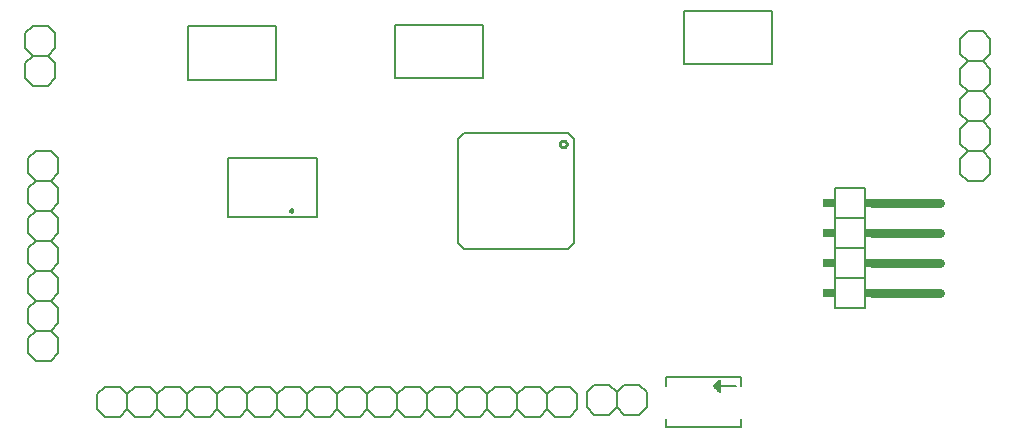
<source format=gto>
G75*
%MOIN*%
%OFA0B0*%
%FSLAX25Y25*%
%IPPOS*%
%LPD*%
%AMOC8*
5,1,8,0,0,1.08239X$1,22.5*
%
%ADD10C,0.00600*%
%ADD11C,0.03000*%
%ADD12R,0.02000X0.03000*%
%ADD13R,0.04000X0.03000*%
%ADD14C,0.00800*%
%ADD15C,0.01000*%
%ADD16C,0.00500*%
D10*
X0034634Y0018185D02*
X0037134Y0015685D01*
X0042134Y0015685D01*
X0044634Y0018185D01*
X0047134Y0015685D01*
X0052134Y0015685D01*
X0054634Y0018185D01*
X0054634Y0023185D01*
X0052134Y0025685D01*
X0047134Y0025685D01*
X0044634Y0023185D01*
X0044634Y0018185D01*
X0034634Y0018185D02*
X0034634Y0023185D01*
X0037134Y0025685D01*
X0042134Y0025685D01*
X0044634Y0023185D01*
X0054634Y0023185D02*
X0057134Y0025685D01*
X0062134Y0025685D01*
X0064634Y0023185D01*
X0067134Y0025685D01*
X0072134Y0025685D01*
X0074634Y0023185D01*
X0077134Y0025685D01*
X0082134Y0025685D01*
X0084634Y0023185D01*
X0084634Y0018185D01*
X0082134Y0015685D01*
X0077134Y0015685D01*
X0074634Y0018185D01*
X0072134Y0015685D01*
X0067134Y0015685D01*
X0064634Y0018185D01*
X0062134Y0015685D01*
X0057134Y0015685D01*
X0054634Y0018185D01*
X0064634Y0018185D02*
X0064634Y0023185D01*
X0074634Y0023185D02*
X0074634Y0018185D01*
X0084634Y0018185D02*
X0087134Y0015685D01*
X0092134Y0015685D01*
X0094634Y0018185D01*
X0097134Y0015685D01*
X0102134Y0015685D01*
X0104634Y0018185D01*
X0107134Y0015685D01*
X0112134Y0015685D01*
X0114634Y0018185D01*
X0114634Y0023185D01*
X0112134Y0025685D01*
X0107134Y0025685D01*
X0104634Y0023185D01*
X0104634Y0018185D01*
X0104634Y0023185D02*
X0102134Y0025685D01*
X0097134Y0025685D01*
X0094634Y0023185D01*
X0094634Y0018185D01*
X0094634Y0023185D02*
X0092134Y0025685D01*
X0087134Y0025685D01*
X0084634Y0023185D01*
X0114634Y0023185D02*
X0117134Y0025685D01*
X0122134Y0025685D01*
X0124634Y0023185D01*
X0127134Y0025685D01*
X0132134Y0025685D01*
X0134634Y0023185D01*
X0137134Y0025685D01*
X0142134Y0025685D01*
X0144634Y0023185D01*
X0144634Y0018185D01*
X0142134Y0015685D01*
X0137134Y0015685D01*
X0134634Y0018185D01*
X0132134Y0015685D01*
X0127134Y0015685D01*
X0124634Y0018185D01*
X0122134Y0015685D01*
X0117134Y0015685D01*
X0114634Y0018185D01*
X0124634Y0018185D02*
X0124634Y0023185D01*
X0134634Y0023185D02*
X0134634Y0018185D01*
X0144634Y0018185D02*
X0147134Y0015685D01*
X0152134Y0015685D01*
X0154634Y0018185D01*
X0157134Y0015685D01*
X0162134Y0015685D01*
X0164634Y0018185D01*
X0167134Y0015685D01*
X0172134Y0015685D01*
X0174634Y0018185D01*
X0174634Y0023185D01*
X0172134Y0025685D01*
X0167134Y0025685D01*
X0164634Y0023185D01*
X0164634Y0018185D01*
X0164634Y0023185D02*
X0162134Y0025685D01*
X0157134Y0025685D01*
X0154634Y0023185D01*
X0154634Y0018185D01*
X0154634Y0023185D02*
X0152134Y0025685D01*
X0147134Y0025685D01*
X0144634Y0023185D01*
X0174634Y0023185D02*
X0177134Y0025685D01*
X0182134Y0025685D01*
X0184634Y0023185D01*
X0187134Y0025685D01*
X0192134Y0025685D01*
X0194634Y0023185D01*
X0194634Y0018185D01*
X0192134Y0015685D01*
X0187134Y0015685D01*
X0184634Y0018185D01*
X0182134Y0015685D01*
X0177134Y0015685D01*
X0174634Y0018185D01*
X0184634Y0018185D02*
X0184634Y0023185D01*
X0197705Y0023894D02*
X0197705Y0018894D01*
X0200205Y0016394D01*
X0205205Y0016394D01*
X0207705Y0018894D01*
X0207705Y0023894D01*
X0205205Y0026394D01*
X0200205Y0026394D01*
X0197705Y0023894D01*
X0207705Y0023894D02*
X0210205Y0026394D01*
X0215205Y0026394D01*
X0217705Y0023894D01*
X0217705Y0018894D01*
X0215205Y0016394D01*
X0210205Y0016394D01*
X0207705Y0018894D01*
X0223984Y0014870D02*
X0223984Y0012370D01*
X0248984Y0012370D01*
X0248984Y0014870D01*
X0241984Y0023870D02*
X0241984Y0027870D01*
X0241484Y0027370D01*
X0241484Y0025870D01*
X0241484Y0024370D01*
X0241984Y0023870D01*
X0241484Y0024370D02*
X0240984Y0024870D01*
X0240484Y0025370D01*
X0240484Y0026370D01*
X0240984Y0026870D01*
X0241484Y0027370D01*
X0240984Y0026870D02*
X0240984Y0024870D01*
X0240484Y0025370D02*
X0239984Y0025870D01*
X0241484Y0025870D01*
X0247484Y0025870D01*
X0248984Y0025870D02*
X0248984Y0029070D01*
X0223984Y0029070D01*
X0223984Y0025870D01*
X0239984Y0025870D02*
X0240484Y0026370D01*
X0280362Y0051866D02*
X0290362Y0051866D01*
X0290362Y0061866D01*
X0290362Y0071866D01*
X0290362Y0081866D01*
X0290362Y0091866D01*
X0280362Y0091866D01*
X0280362Y0081866D01*
X0280362Y0071866D01*
X0280362Y0061866D01*
X0280362Y0051866D01*
X0280362Y0061866D02*
X0290362Y0061866D01*
X0290362Y0071866D02*
X0280362Y0071866D01*
X0280362Y0081866D02*
X0290362Y0081866D01*
X0322232Y0096610D02*
X0324732Y0094110D01*
X0329732Y0094110D01*
X0332232Y0096610D01*
X0332232Y0101610D01*
X0329732Y0104110D01*
X0332232Y0106610D01*
X0332232Y0111610D01*
X0329732Y0114110D01*
X0324732Y0114110D01*
X0322232Y0111610D01*
X0322232Y0106610D01*
X0324732Y0104110D01*
X0329732Y0104110D01*
X0324732Y0104110D02*
X0322232Y0101610D01*
X0322232Y0096610D01*
X0324732Y0114110D02*
X0322232Y0116610D01*
X0322232Y0121610D01*
X0324732Y0124110D01*
X0322232Y0126610D01*
X0322232Y0131610D01*
X0324732Y0134110D01*
X0322232Y0136610D01*
X0322232Y0141610D01*
X0324732Y0144110D01*
X0329732Y0144110D01*
X0332232Y0141610D01*
X0332232Y0136610D01*
X0329732Y0134110D01*
X0332232Y0131610D01*
X0332232Y0126610D01*
X0329732Y0124110D01*
X0332232Y0121610D01*
X0332232Y0116610D01*
X0329732Y0114110D01*
X0329732Y0124110D02*
X0324732Y0124110D01*
X0324732Y0134110D02*
X0329732Y0134110D01*
X0021484Y0101846D02*
X0021484Y0096846D01*
X0018984Y0094346D01*
X0021484Y0091846D01*
X0021484Y0086846D01*
X0018984Y0084346D01*
X0013984Y0084346D01*
X0011484Y0086846D01*
X0011484Y0091846D01*
X0013984Y0094346D01*
X0011484Y0096846D01*
X0011484Y0101846D01*
X0013984Y0104346D01*
X0018984Y0104346D01*
X0021484Y0101846D01*
X0018984Y0094346D02*
X0013984Y0094346D01*
X0013984Y0084346D02*
X0011484Y0081846D01*
X0011484Y0076846D01*
X0013984Y0074346D01*
X0011484Y0071846D01*
X0011484Y0066846D01*
X0013984Y0064346D01*
X0011484Y0061846D01*
X0011484Y0056846D01*
X0013984Y0054346D01*
X0018984Y0054346D01*
X0021484Y0056846D01*
X0021484Y0061846D01*
X0018984Y0064346D01*
X0013984Y0064346D01*
X0018984Y0064346D02*
X0021484Y0066846D01*
X0021484Y0071846D01*
X0018984Y0074346D01*
X0013984Y0074346D01*
X0018984Y0074346D02*
X0021484Y0076846D01*
X0021484Y0081846D01*
X0018984Y0084346D01*
X0018984Y0054346D02*
X0021484Y0051846D01*
X0021484Y0046846D01*
X0018984Y0044346D01*
X0021484Y0041846D01*
X0021484Y0036846D01*
X0018984Y0034346D01*
X0013984Y0034346D01*
X0011484Y0036846D01*
X0011484Y0041846D01*
X0013984Y0044346D01*
X0011484Y0046846D01*
X0011484Y0051846D01*
X0013984Y0054346D01*
X0013984Y0044346D02*
X0018984Y0044346D01*
X0018000Y0126000D02*
X0013000Y0126000D01*
X0010500Y0128500D01*
X0010500Y0133500D01*
X0013000Y0136000D01*
X0010500Y0138500D01*
X0010500Y0143500D01*
X0013000Y0146000D01*
X0018000Y0146000D01*
X0020500Y0143500D01*
X0020500Y0138500D01*
X0018000Y0136000D01*
X0020500Y0133500D01*
X0020500Y0128500D01*
X0018000Y0126000D01*
X0018000Y0136000D02*
X0013000Y0136000D01*
D11*
X0292862Y0086866D02*
X0315362Y0086866D01*
X0315362Y0076866D02*
X0292862Y0076866D01*
X0292862Y0066866D02*
X0315362Y0066866D01*
X0315362Y0056866D02*
X0292862Y0056866D01*
D12*
X0291362Y0056866D03*
X0291362Y0066866D03*
X0291362Y0076866D03*
X0291362Y0086866D03*
D13*
X0278362Y0086866D03*
X0278362Y0076866D03*
X0278362Y0066866D03*
X0278362Y0056866D03*
D14*
X0193453Y0073520D02*
X0191484Y0071551D01*
X0156839Y0071551D01*
X0154870Y0073520D01*
X0154870Y0108165D01*
X0156839Y0110134D01*
X0191484Y0110134D01*
X0193453Y0108165D01*
X0193453Y0073520D01*
D15*
X0188796Y0106591D02*
X0188798Y0106658D01*
X0188804Y0106724D01*
X0188814Y0106790D01*
X0188828Y0106855D01*
X0188845Y0106919D01*
X0188867Y0106982D01*
X0188892Y0107044D01*
X0188921Y0107104D01*
X0188954Y0107162D01*
X0188989Y0107218D01*
X0189029Y0107272D01*
X0189071Y0107323D01*
X0189116Y0107372D01*
X0189164Y0107418D01*
X0189215Y0107461D01*
X0189268Y0107501D01*
X0189324Y0107538D01*
X0189382Y0107571D01*
X0189441Y0107601D01*
X0189502Y0107627D01*
X0189565Y0107650D01*
X0189629Y0107668D01*
X0189694Y0107683D01*
X0189760Y0107694D01*
X0189826Y0107701D01*
X0189892Y0107704D01*
X0189959Y0107703D01*
X0190025Y0107698D01*
X0190091Y0107689D01*
X0190157Y0107676D01*
X0190221Y0107659D01*
X0190284Y0107639D01*
X0190346Y0107614D01*
X0190407Y0107586D01*
X0190466Y0107555D01*
X0190522Y0107520D01*
X0190577Y0107482D01*
X0190629Y0107440D01*
X0190678Y0107395D01*
X0190725Y0107348D01*
X0190769Y0107298D01*
X0190809Y0107245D01*
X0190847Y0107190D01*
X0190881Y0107133D01*
X0190912Y0107074D01*
X0190939Y0107013D01*
X0190962Y0106951D01*
X0190982Y0106887D01*
X0190998Y0106822D01*
X0191010Y0106757D01*
X0191018Y0106691D01*
X0191022Y0106624D01*
X0191022Y0106558D01*
X0191018Y0106491D01*
X0191010Y0106425D01*
X0190998Y0106360D01*
X0190982Y0106295D01*
X0190962Y0106231D01*
X0190939Y0106169D01*
X0190912Y0106108D01*
X0190881Y0106049D01*
X0190847Y0105992D01*
X0190809Y0105937D01*
X0190769Y0105884D01*
X0190725Y0105834D01*
X0190678Y0105787D01*
X0190629Y0105742D01*
X0190577Y0105700D01*
X0190522Y0105662D01*
X0190465Y0105627D01*
X0190407Y0105596D01*
X0190346Y0105568D01*
X0190284Y0105543D01*
X0190221Y0105523D01*
X0190157Y0105506D01*
X0190091Y0105493D01*
X0190025Y0105484D01*
X0189959Y0105479D01*
X0189892Y0105478D01*
X0189826Y0105481D01*
X0189760Y0105488D01*
X0189694Y0105499D01*
X0189629Y0105514D01*
X0189565Y0105532D01*
X0189502Y0105555D01*
X0189441Y0105581D01*
X0189382Y0105611D01*
X0189324Y0105644D01*
X0189268Y0105681D01*
X0189215Y0105721D01*
X0189164Y0105764D01*
X0189116Y0105810D01*
X0189071Y0105859D01*
X0189029Y0105910D01*
X0188989Y0105964D01*
X0188954Y0106020D01*
X0188921Y0106078D01*
X0188892Y0106138D01*
X0188867Y0106200D01*
X0188845Y0106263D01*
X0188828Y0106327D01*
X0188814Y0106392D01*
X0188804Y0106458D01*
X0188798Y0106524D01*
X0188796Y0106591D01*
D16*
X0162980Y0128677D02*
X0133846Y0128677D01*
X0133846Y0146394D01*
X0162980Y0146394D01*
X0162980Y0128677D01*
X0107665Y0102024D02*
X0107665Y0082339D01*
X0078138Y0082339D01*
X0078138Y0102024D01*
X0107665Y0102024D01*
X0098841Y0084307D02*
X0098843Y0084354D01*
X0098849Y0084400D01*
X0098858Y0084446D01*
X0098872Y0084490D01*
X0098889Y0084534D01*
X0098910Y0084575D01*
X0098934Y0084615D01*
X0098961Y0084653D01*
X0098992Y0084688D01*
X0099025Y0084721D01*
X0099061Y0084751D01*
X0099100Y0084777D01*
X0099140Y0084801D01*
X0099182Y0084820D01*
X0099226Y0084837D01*
X0099271Y0084849D01*
X0099317Y0084858D01*
X0099363Y0084863D01*
X0099410Y0084864D01*
X0099456Y0084861D01*
X0099502Y0084854D01*
X0099548Y0084843D01*
X0099592Y0084829D01*
X0099635Y0084811D01*
X0099676Y0084789D01*
X0099716Y0084764D01*
X0099753Y0084736D01*
X0099788Y0084705D01*
X0099820Y0084671D01*
X0099849Y0084634D01*
X0099874Y0084596D01*
X0099897Y0084555D01*
X0099916Y0084512D01*
X0099931Y0084468D01*
X0099943Y0084423D01*
X0099951Y0084377D01*
X0099955Y0084330D01*
X0099955Y0084284D01*
X0099951Y0084237D01*
X0099943Y0084191D01*
X0099931Y0084146D01*
X0099916Y0084102D01*
X0099897Y0084059D01*
X0099874Y0084018D01*
X0099849Y0083980D01*
X0099820Y0083943D01*
X0099788Y0083909D01*
X0099753Y0083878D01*
X0099716Y0083850D01*
X0099677Y0083825D01*
X0099635Y0083803D01*
X0099592Y0083785D01*
X0099548Y0083771D01*
X0099502Y0083760D01*
X0099456Y0083753D01*
X0099410Y0083750D01*
X0099363Y0083751D01*
X0099317Y0083756D01*
X0099271Y0083765D01*
X0099226Y0083777D01*
X0099182Y0083794D01*
X0099140Y0083813D01*
X0099100Y0083837D01*
X0099061Y0083863D01*
X0099025Y0083893D01*
X0098992Y0083926D01*
X0098961Y0083961D01*
X0098934Y0083999D01*
X0098910Y0084039D01*
X0098889Y0084080D01*
X0098872Y0084124D01*
X0098858Y0084168D01*
X0098849Y0084214D01*
X0098843Y0084260D01*
X0098841Y0084307D01*
X0094083Y0128087D02*
X0064949Y0128087D01*
X0064949Y0145803D01*
X0094083Y0145803D01*
X0094083Y0128087D01*
X0230303Y0133205D02*
X0230303Y0150921D01*
X0259437Y0150921D01*
X0259437Y0133205D01*
X0230303Y0133205D01*
M02*

</source>
